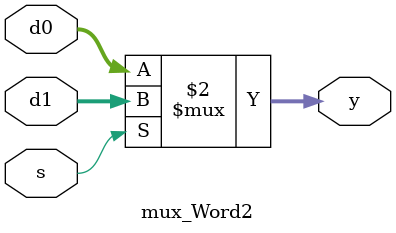
<source format=v>
module mux_Word4 #(parameter WIDTH = 32)
				(d0,d1,d2,d3,
				 s,y);
		input		[WIDTH-1:0] d0,d1,d2,d3;
		input		[1:0]			s;
		output		[WIDTH-1:0]	y;
		
		reg			[WIDTH-1:0]	y_temp;
		
		always @(*) begin
			case(s)
				2'b00: y_temp = d0;
				2'b01: y_temp = d1;
				2'b10: y_temp = d2;
				2'b11: y_temp = d3;
				default: ;
			endcase
		end // end always
		
		assign  y = y_temp;
endmodule

//mux2
module mux_Word2 #(parameter WIDTH = 32)
				(d0,d1,
				 s,y);
		input		[WIDTH-1:0] d0,d1;
		input						s;
		output	[WIDTH-1:0]	y;
		
		assign  y = (s==1'b1)? d1:d0;
		
endmodule

</source>
